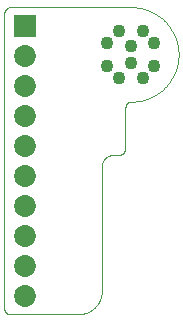
<source format=gts>
G04 EAGLE Gerber X2 export*
%TF.Part,Single*%
%TF.FileFunction,Other,Solder Mask top*%
%TF.FilePolarity,Positive*%
%TF.GenerationSoftware,Autodesk,EAGLE,9.0.0*%
%TF.CreationDate,2018-05-03T06:19:38Z*%
G75*
%MOMM*%
%FSLAX35Y35*%
%LPD*%
%AMOC8*
5,1,8,0,0,1.08239X$1,22.5*%
G01*
%ADD10C,0.000000*%
%ADD11C,1.103200*%
%ADD12R,1.854200X1.854200*%
%ADD13C,1.854200*%


D10*
X-1025000Y400000D02*
X0Y400000D01*
X9665Y399883D01*
X19325Y399533D01*
X28974Y398949D01*
X38606Y398133D01*
X48215Y397084D01*
X57796Y395803D01*
X67343Y394290D01*
X76851Y392548D01*
X86314Y390576D01*
X95726Y388377D01*
X105083Y385950D01*
X114378Y383298D01*
X123607Y380423D01*
X132763Y377325D01*
X141842Y374006D01*
X150838Y370470D01*
X159746Y366717D01*
X168560Y362750D01*
X177277Y358571D01*
X185889Y354182D01*
X194393Y349587D01*
X202784Y344788D01*
X211056Y339787D01*
X219205Y334588D01*
X227226Y329194D01*
X235114Y323607D01*
X242865Y317831D01*
X250474Y311870D01*
X257937Y305726D01*
X265249Y299404D01*
X272406Y292907D01*
X279405Y286240D01*
X286240Y279405D01*
X292907Y272406D01*
X299404Y265249D01*
X305726Y257937D01*
X311870Y250474D01*
X317831Y242865D01*
X323607Y235114D01*
X329194Y227226D01*
X334588Y219205D01*
X339787Y211056D01*
X344788Y202784D01*
X349587Y194393D01*
X354182Y185889D01*
X358571Y177277D01*
X362750Y168560D01*
X366717Y159746D01*
X370470Y150838D01*
X374006Y141842D01*
X377325Y132763D01*
X380423Y123607D01*
X383298Y114378D01*
X385950Y105083D01*
X388377Y95726D01*
X390576Y86314D01*
X392548Y76851D01*
X394290Y67343D01*
X395803Y57796D01*
X397084Y48215D01*
X398133Y38606D01*
X398949Y28974D01*
X399533Y19325D01*
X399883Y9665D01*
X400000Y0D01*
X-1075000Y350000D02*
X-1075000Y-2150000D01*
X-1074985Y-2151208D01*
X-1074942Y-2152416D01*
X-1074869Y-2153622D01*
X-1074767Y-2154826D01*
X-1074635Y-2156027D01*
X-1074475Y-2157224D01*
X-1074286Y-2158418D01*
X-1074069Y-2159606D01*
X-1073822Y-2160789D01*
X-1073547Y-2161966D01*
X-1073244Y-2163135D01*
X-1072912Y-2164297D01*
X-1072553Y-2165451D01*
X-1072166Y-2166595D01*
X-1071751Y-2167730D01*
X-1071309Y-2168855D01*
X-1070840Y-2169968D01*
X-1070344Y-2171070D01*
X-1069821Y-2172160D01*
X-1069273Y-2173236D01*
X-1068698Y-2174299D01*
X-1068098Y-2175348D01*
X-1067473Y-2176382D01*
X-1066824Y-2177401D01*
X-1066149Y-2178403D01*
X-1065451Y-2179389D01*
X-1064729Y-2180358D01*
X-1063984Y-2181309D01*
X-1063216Y-2182242D01*
X-1062426Y-2183156D01*
X-1061613Y-2184051D01*
X-1060780Y-2184926D01*
X-1059926Y-2185780D01*
X-1059051Y-2186613D01*
X-1058156Y-2187426D01*
X-1057242Y-2188216D01*
X-1056309Y-2188984D01*
X-1055358Y-2189729D01*
X-1054389Y-2190451D01*
X-1053403Y-2191149D01*
X-1052401Y-2191824D01*
X-1051382Y-2192473D01*
X-1050348Y-2193098D01*
X-1049299Y-2193698D01*
X-1048236Y-2194273D01*
X-1047160Y-2194821D01*
X-1046070Y-2195344D01*
X-1044968Y-2195840D01*
X-1043855Y-2196309D01*
X-1042730Y-2196751D01*
X-1041595Y-2197166D01*
X-1040451Y-2197553D01*
X-1039297Y-2197912D01*
X-1038135Y-2198244D01*
X-1036966Y-2198547D01*
X-1035789Y-2198822D01*
X-1034606Y-2199069D01*
X-1033418Y-2199286D01*
X-1032224Y-2199475D01*
X-1031027Y-2199635D01*
X-1029826Y-2199767D01*
X-1028622Y-2199869D01*
X-1027416Y-2199942D01*
X-1026208Y-2199985D01*
X-1025000Y-2200000D01*
X-450000Y-2200000D01*
X-445167Y-2199942D01*
X-440337Y-2199766D01*
X-435513Y-2199475D01*
X-430697Y-2199066D01*
X-425893Y-2198542D01*
X-421102Y-2197901D01*
X-416329Y-2197145D01*
X-411575Y-2196274D01*
X-406843Y-2195288D01*
X-402137Y-2194188D01*
X-397459Y-2192975D01*
X-392811Y-2191649D01*
X-388197Y-2190211D01*
X-383618Y-2188662D01*
X-379079Y-2187003D01*
X-374581Y-2185235D01*
X-370127Y-2183358D01*
X-365720Y-2181375D01*
X-361362Y-2179285D01*
X-357055Y-2177091D01*
X-352803Y-2174794D01*
X-348608Y-2172394D01*
X-344472Y-2169894D01*
X-340397Y-2167294D01*
X-336387Y-2164597D01*
X-332443Y-2161803D01*
X-328567Y-2158916D01*
X-324763Y-2155935D01*
X-321032Y-2152863D01*
X-317375Y-2149702D01*
X-313797Y-2146454D01*
X-310298Y-2143120D01*
X-306880Y-2139702D01*
X-303546Y-2136203D01*
X-300298Y-2132625D01*
X-297137Y-2128968D01*
X-294065Y-2125237D01*
X-291084Y-2121433D01*
X-288197Y-2117557D01*
X-285403Y-2113613D01*
X-282706Y-2109603D01*
X-280106Y-2105528D01*
X-277606Y-2101392D01*
X-275206Y-2097197D01*
X-272909Y-2092945D01*
X-270715Y-2088638D01*
X-268625Y-2084280D01*
X-266642Y-2079873D01*
X-264765Y-2075419D01*
X-262997Y-2070921D01*
X-261338Y-2066382D01*
X-259789Y-2061803D01*
X-258351Y-2057189D01*
X-257025Y-2052541D01*
X-255812Y-2047863D01*
X-254712Y-2043157D01*
X-253726Y-2038425D01*
X-252855Y-2033671D01*
X-252099Y-2028898D01*
X-251458Y-2024107D01*
X-250934Y-2019303D01*
X-250525Y-2014487D01*
X-250234Y-2009663D01*
X-250058Y-2004833D01*
X-250000Y-2000000D01*
X-1075000Y350000D02*
X-1074985Y351208D01*
X-1074942Y352416D01*
X-1074869Y353622D01*
X-1074767Y354826D01*
X-1074635Y356027D01*
X-1074475Y357224D01*
X-1074286Y358418D01*
X-1074069Y359606D01*
X-1073822Y360789D01*
X-1073547Y361966D01*
X-1073244Y363135D01*
X-1072912Y364297D01*
X-1072553Y365451D01*
X-1072166Y366595D01*
X-1071751Y367730D01*
X-1071309Y368855D01*
X-1070840Y369968D01*
X-1070344Y371070D01*
X-1069821Y372160D01*
X-1069273Y373236D01*
X-1068698Y374299D01*
X-1068098Y375348D01*
X-1067473Y376382D01*
X-1066824Y377401D01*
X-1066149Y378403D01*
X-1065451Y379389D01*
X-1064729Y380358D01*
X-1063984Y381309D01*
X-1063216Y382242D01*
X-1062426Y383156D01*
X-1061613Y384051D01*
X-1060780Y384926D01*
X-1059926Y385780D01*
X-1059051Y386613D01*
X-1058156Y387426D01*
X-1057242Y388216D01*
X-1056309Y388984D01*
X-1055358Y389729D01*
X-1054389Y390451D01*
X-1053403Y391149D01*
X-1052401Y391824D01*
X-1051382Y392473D01*
X-1050348Y393098D01*
X-1049299Y393698D01*
X-1048236Y394273D01*
X-1047160Y394821D01*
X-1046070Y395344D01*
X-1044968Y395840D01*
X-1043855Y396309D01*
X-1042730Y396751D01*
X-1041595Y397166D01*
X-1040451Y397553D01*
X-1039297Y397912D01*
X-1038135Y398244D01*
X-1036966Y398547D01*
X-1035789Y398822D01*
X-1034606Y399069D01*
X-1033418Y399286D01*
X-1032224Y399475D01*
X-1031027Y399635D01*
X-1029826Y399767D01*
X-1028622Y399869D01*
X-1027416Y399942D01*
X-1026208Y399985D01*
X-1025000Y400000D01*
X0Y-400000D02*
X9665Y-399883D01*
X19325Y-399533D01*
X28974Y-398949D01*
X38606Y-398133D01*
X48215Y-397084D01*
X57796Y-395803D01*
X67343Y-394290D01*
X76851Y-392548D01*
X86314Y-390576D01*
X95726Y-388377D01*
X105083Y-385950D01*
X114378Y-383298D01*
X123607Y-380423D01*
X132763Y-377325D01*
X141842Y-374006D01*
X150838Y-370470D01*
X159746Y-366717D01*
X168560Y-362750D01*
X177277Y-358571D01*
X185889Y-354182D01*
X194393Y-349587D01*
X202784Y-344788D01*
X211056Y-339787D01*
X219205Y-334588D01*
X227226Y-329194D01*
X235114Y-323607D01*
X242865Y-317831D01*
X250474Y-311870D01*
X257937Y-305726D01*
X265249Y-299404D01*
X272406Y-292907D01*
X279405Y-286240D01*
X286240Y-279405D01*
X292907Y-272406D01*
X299404Y-265249D01*
X305726Y-257937D01*
X311870Y-250474D01*
X317831Y-242865D01*
X323607Y-235114D01*
X329194Y-227226D01*
X334588Y-219205D01*
X339787Y-211056D01*
X344788Y-202784D01*
X349587Y-194393D01*
X354182Y-185889D01*
X358571Y-177277D01*
X362750Y-168560D01*
X366717Y-159746D01*
X370470Y-150838D01*
X374006Y-141842D01*
X377325Y-132763D01*
X380423Y-123607D01*
X383298Y-114378D01*
X385950Y-105083D01*
X388377Y-95726D01*
X390576Y-86314D01*
X392548Y-76851D01*
X394290Y-67343D01*
X395803Y-57796D01*
X397084Y-48215D01*
X398133Y-38606D01*
X398949Y-28974D01*
X399533Y-19325D01*
X399883Y-9665D01*
X400000Y0D01*
X-50000Y-450000D02*
X-50000Y-790000D01*
X-110000Y-850000D02*
X-150000Y-850000D01*
X-250000Y-950000D02*
X-250000Y-2000000D01*
X-110000Y-850000D02*
X-108550Y-849982D01*
X-107101Y-849930D01*
X-105654Y-849842D01*
X-104209Y-849720D01*
X-102768Y-849563D01*
X-101331Y-849370D01*
X-99899Y-849144D01*
X-98472Y-848882D01*
X-97053Y-848586D01*
X-95641Y-848257D01*
X-94238Y-847893D01*
X-92843Y-847495D01*
X-91459Y-847063D01*
X-90086Y-846599D01*
X-88724Y-846101D01*
X-87374Y-845570D01*
X-86038Y-845008D01*
X-84716Y-844412D01*
X-83409Y-843786D01*
X-82117Y-843127D01*
X-80841Y-842438D01*
X-79582Y-841718D01*
X-78342Y-840968D01*
X-77119Y-840188D01*
X-75916Y-839379D01*
X-74733Y-838541D01*
X-73570Y-837675D01*
X-72429Y-836780D01*
X-71309Y-835859D01*
X-70213Y-834911D01*
X-69139Y-833936D01*
X-68089Y-832936D01*
X-67064Y-831911D01*
X-66064Y-830861D01*
X-65089Y-829787D01*
X-64141Y-828691D01*
X-63220Y-827571D01*
X-62325Y-826430D01*
X-61459Y-825267D01*
X-60621Y-824084D01*
X-59812Y-822881D01*
X-59032Y-821658D01*
X-58282Y-820418D01*
X-57562Y-819159D01*
X-56873Y-817883D01*
X-56214Y-816591D01*
X-55588Y-815284D01*
X-54992Y-813962D01*
X-54430Y-812626D01*
X-53899Y-811276D01*
X-53401Y-809914D01*
X-52937Y-808541D01*
X-52505Y-807157D01*
X-52107Y-805762D01*
X-51743Y-804359D01*
X-51414Y-802947D01*
X-51118Y-801528D01*
X-50856Y-800101D01*
X-50630Y-798669D01*
X-50437Y-797232D01*
X-50280Y-795791D01*
X-50158Y-794346D01*
X-50070Y-792899D01*
X-50018Y-791450D01*
X-50000Y-790000D01*
X-150000Y-850000D02*
X-152416Y-850029D01*
X-154831Y-850117D01*
X-157243Y-850263D01*
X-159651Y-850467D01*
X-162054Y-850729D01*
X-164449Y-851049D01*
X-166836Y-851427D01*
X-169213Y-851863D01*
X-171578Y-852356D01*
X-173932Y-852906D01*
X-176271Y-853512D01*
X-178595Y-854175D01*
X-180902Y-854894D01*
X-183191Y-855669D01*
X-185460Y-856498D01*
X-187709Y-857383D01*
X-189936Y-858321D01*
X-192140Y-859313D01*
X-194319Y-860357D01*
X-196472Y-861454D01*
X-198598Y-862603D01*
X-200696Y-863803D01*
X-202764Y-865053D01*
X-204801Y-866353D01*
X-206806Y-867702D01*
X-208779Y-869098D01*
X-210716Y-870542D01*
X-212619Y-872033D01*
X-214484Y-873568D01*
X-216312Y-875149D01*
X-218102Y-876773D01*
X-219851Y-878440D01*
X-221560Y-880149D01*
X-223227Y-881898D01*
X-224851Y-883688D01*
X-226432Y-885516D01*
X-227967Y-887381D01*
X-229458Y-889284D01*
X-230902Y-891221D01*
X-232298Y-893194D01*
X-233647Y-895199D01*
X-234947Y-897236D01*
X-236197Y-899304D01*
X-237397Y-901402D01*
X-238546Y-903528D01*
X-239643Y-905681D01*
X-240687Y-907860D01*
X-241679Y-910064D01*
X-242617Y-912291D01*
X-243502Y-914540D01*
X-244331Y-916809D01*
X-245106Y-919098D01*
X-245825Y-921405D01*
X-246488Y-923729D01*
X-247094Y-926068D01*
X-247644Y-928422D01*
X-248137Y-930787D01*
X-248573Y-933164D01*
X-248951Y-935551D01*
X-249271Y-937946D01*
X-249533Y-940349D01*
X-249737Y-942757D01*
X-249883Y-945169D01*
X-249971Y-947584D01*
X-250000Y-950000D01*
X-50000Y-450000D02*
X-49985Y-448792D01*
X-49942Y-447584D01*
X-49869Y-446378D01*
X-49767Y-445174D01*
X-49635Y-443973D01*
X-49475Y-442776D01*
X-49286Y-441582D01*
X-49069Y-440394D01*
X-48822Y-439211D01*
X-48547Y-438034D01*
X-48244Y-436865D01*
X-47912Y-435703D01*
X-47553Y-434549D01*
X-47166Y-433405D01*
X-46751Y-432270D01*
X-46309Y-431145D01*
X-45840Y-430032D01*
X-45344Y-428930D01*
X-44821Y-427840D01*
X-44273Y-426764D01*
X-43698Y-425701D01*
X-43098Y-424652D01*
X-42473Y-423618D01*
X-41824Y-422599D01*
X-41149Y-421597D01*
X-40451Y-420611D01*
X-39729Y-419642D01*
X-38984Y-418691D01*
X-38216Y-417758D01*
X-37426Y-416844D01*
X-36613Y-415949D01*
X-35780Y-415074D01*
X-34926Y-414220D01*
X-34051Y-413387D01*
X-33156Y-412574D01*
X-32242Y-411784D01*
X-31309Y-411016D01*
X-30358Y-410271D01*
X-29389Y-409549D01*
X-28403Y-408851D01*
X-27401Y-408176D01*
X-26382Y-407527D01*
X-25348Y-406902D01*
X-24299Y-406302D01*
X-23236Y-405727D01*
X-22160Y-405179D01*
X-21070Y-404656D01*
X-19968Y-404160D01*
X-18855Y-403691D01*
X-17730Y-403249D01*
X-16595Y-402834D01*
X-15451Y-402447D01*
X-14297Y-402088D01*
X-13135Y-401756D01*
X-11966Y-401453D01*
X-10789Y-401178D01*
X-9606Y-400931D01*
X-8418Y-400714D01*
X-7224Y-400525D01*
X-6027Y-400365D01*
X-4826Y-400233D01*
X-3622Y-400131D01*
X-2416Y-400058D01*
X-1208Y-400015D01*
X0Y-400000D01*
D11*
X-5000Y-75000D03*
X-5000Y75000D03*
X-105000Y200000D03*
X95000Y200000D03*
X195000Y100000D03*
X195000Y-100000D03*
X-205000Y-100000D03*
X-205000Y100000D03*
X-105000Y-200000D03*
X95000Y-200000D03*
D12*
X-900000Y243000D03*
D13*
X-900000Y-11000D03*
X-900000Y-265000D03*
X-900000Y-519000D03*
X-900000Y-773000D03*
X-900000Y-1027000D03*
X-900000Y-1281000D03*
X-900000Y-1535000D03*
X-900000Y-1789000D03*
X-900000Y-2043000D03*
M02*

</source>
